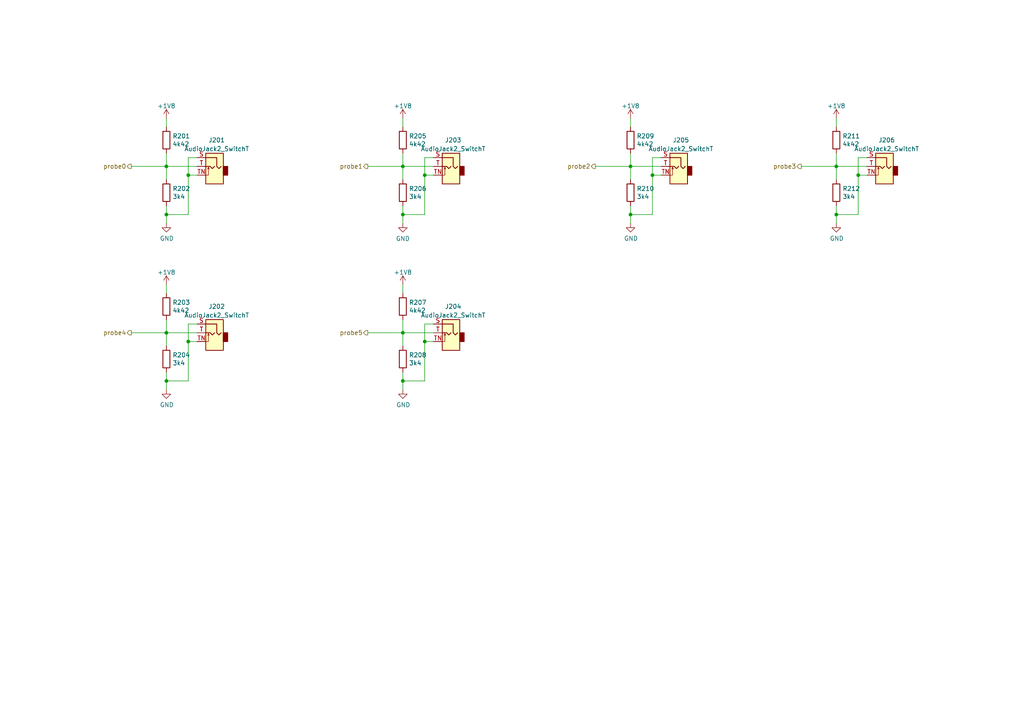
<source format=kicad_sch>
(kicad_sch (version 20231120) (generator "eeschema") (generator_version "8.0")
  (paper "A4")
  (title_block (title "Firewaterburn") (rev "0.2"))
  (lib_symbols
    (symbol "Connector_Audio:AudioJack2_SwitchT"
      (property "Reference" "J" (at 0 8.89 0))
      (property "Value" "AudioJack2_SwitchT" (at 0 6.35 0))
      (symbol "AudioJack2_SwitchT_0_1"
        (rectangle (start -2.54 0) (end -3.81 -2.54) (stroke (width 0.254)) (fill (type outline)))
        (polyline (pts (xy 1.778 -0.254) (xy 2.032 -0.762)))
        (polyline (pts (xy 0 0) (xy 0.635 -0.635) (xy 1.27 0) (xy 2.54 0)) (stroke (width 0.254)))
        (polyline (pts (xy 2.54 -2.54) (xy 1.778 -2.54) (xy 1.778 -0.254) (xy 1.524 -0.762)))
        (polyline (pts (xy 2.54 2.54) (xy -0.635 2.54) (xy -0.635 0) (xy -1.27 -0.635) (xy -1.905 0)) (stroke (width 0.254)))
        (rectangle (start 2.54 3.81) (end -2.54 -5.08) (stroke (width 0.254)) (fill (type background)))
      )
      (symbol "AudioJack2_SwitchT_1_1"
        (pin passive line (at 5.08 2.54 180) (length 2.54) (name "~") (number "S"))
        (pin passive line (at 5.08 0 180) (length 2.54) (name "~") (number "T"))
        (pin passive line (at 5.08 -2.54 180) (length 2.54) (name "~") (number "TN"))
      )
    )
    (symbol "Device:R" (pin_numbers hide) (pin_names (offset 0))
      (property "Reference" "R" (at 2.032 0 90))
      (property "Value" "R" (at 0 0 90))
      (symbol "R_0_1"
        (rectangle (start -1.016 -2.54) (end 1.016 2.54) (stroke (width 0.254)))
      )
      (symbol "R_1_1"
        (pin passive line (at 0 3.81 270) (length 1.27) (name "~") (number "1"))
        (pin passive line (at 0 -3.81 90) (length 1.27) (name "~") (number "2"))
      )
    )
    (symbol "power:+1V8" (power) (pin_names (offset 0))
      (property "Value" "+1V8" (at 0 3.556 0))
      (symbol "+1V8_0_1"
        (polyline (pts (xy -0.762 1.27) (xy 0 2.54)))
        (polyline (pts (xy 0 0) (xy 0 2.54)))
        (polyline (pts (xy 0 2.54) (xy 0.762 1.27)))
      )
      (symbol "+1V8_1_1"
        (pin power_in line (at 0 0 90) (length 0) hide (name "+1V8") (number "1"))
      )
    )
    (symbol "power:GND" (power) (pin_names (offset 0))
      (property "Value" "GND" (at 0 -3.81 0))
      (symbol "GND_0_1"
        (polyline (pts (xy 0 0) (xy 0 -1.27) (xy 1.27 -1.27) (xy 0 -2.54) (xy -1.27 -1.27) (xy 0 -1.27)))
      )
      (symbol "GND_1_1"
        (pin power_in line (at 0 0 270) (length 0) hide (name "GND") (number "1"))
      )
    )
  )
  (junction (at 248.92 50.8))
  (junction (at 182.88 48.26))
  (junction (at 242.57 48.26))
  (junction (at 54.61 50.8))
  (junction (at 48.26 48.26))
  (junction (at 123.19 99.06))
  (junction (at 123.19 50.8))
  (junction (at 116.84 48.26))
  (junction (at 116.84 96.52))
  (junction (at 189.23 50.8))
  (junction (at 116.84 110.49))
  (junction (at 182.88 62.23))
  (junction (at 116.84 62.23))
  (junction (at 48.26 62.23))
  (junction (at 48.26 96.52))
  (junction (at 54.61 99.06))
  (junction (at 242.57 62.23))
  (junction (at 48.26 110.49))
  (wire (pts (xy 123.19 45.72) (xy 123.19 50.8)))
  (wire (pts (xy 182.88 48.26) (xy 191.77 48.26)))
  (wire (pts (xy 125.73 99.06) (xy 123.19 99.06)))
  (wire (pts (xy 57.15 99.06) (xy 54.61 99.06)))
  (wire (pts (xy 182.88 34.29) (xy 182.88 36.83)))
  (wire (pts (xy 242.57 44.45) (xy 242.57 48.26)))
  (wire (pts (xy 48.26 48.26) (xy 57.15 48.26)))
  (wire (pts (xy 242.57 64.77) (xy 242.57 62.23)))
  (wire (pts (xy 123.19 93.98) (xy 123.19 99.06)))
  (wire (pts (xy 242.57 48.26) (xy 251.46 48.26)))
  (wire (pts (xy 182.88 62.23) (xy 182.88 59.69)))
  (wire (pts (xy 48.26 110.49) (xy 48.26 107.95)))
  (wire (pts (xy 125.73 50.8) (xy 123.19 50.8)))
  (wire (pts (xy 125.73 45.72) (xy 123.19 45.72)))
  (wire (pts (xy 125.73 93.98) (xy 123.19 93.98)))
  (wire (pts (xy 54.61 62.23) (xy 48.26 62.23)))
  (wire (pts (xy 116.84 34.29) (xy 116.84 36.83)))
  (wire (pts (xy 116.84 48.26) (xy 116.84 52.07)))
  (wire (pts (xy 248.92 50.8) (xy 248.92 62.23)))
  (wire (pts (xy 116.84 92.71) (xy 116.84 96.52)))
  (wire (pts (xy 48.26 113.03) (xy 48.26 110.49)))
  (wire (pts (xy 116.84 96.52) (xy 125.73 96.52)))
  (wire (pts (xy 182.88 44.45) (xy 182.88 48.26)))
  (wire (pts (xy 54.61 99.06) (xy 54.61 110.49)))
  (wire (pts (xy 54.61 110.49) (xy 48.26 110.49)))
  (wire (pts (xy 248.92 62.23) (xy 242.57 62.23)))
  (wire (pts (xy 189.23 45.72) (xy 189.23 50.8)))
  (wire (pts (xy 248.92 45.72) (xy 248.92 50.8)))
  (wire (pts (xy 251.46 50.8) (xy 248.92 50.8)))
  (wire (pts (xy 116.84 113.03) (xy 116.84 110.49)))
  (wire (pts (xy 48.26 34.29) (xy 48.26 36.83)))
  (wire (pts (xy 123.19 99.06) (xy 123.19 110.49)))
  (wire (pts (xy 242.57 34.29) (xy 242.57 36.83)))
  (wire (pts (xy 116.84 82.55) (xy 116.84 85.09)))
  (wire (pts (xy 48.26 64.77) (xy 48.26 62.23)))
  (wire (pts (xy 232.41 48.26) (xy 242.57 48.26)))
  (wire (pts (xy 48.26 48.26) (xy 48.26 52.07)))
  (wire (pts (xy 57.15 50.8) (xy 54.61 50.8)))
  (wire (pts (xy 242.57 62.23) (xy 242.57 59.69)))
  (wire (pts (xy 106.68 48.26) (xy 116.84 48.26)))
  (wire (pts (xy 57.15 45.72) (xy 54.61 45.72)))
  (wire (pts (xy 48.26 92.71) (xy 48.26 96.52)))
  (wire (pts (xy 116.84 62.23) (xy 116.84 59.69)))
  (wire (pts (xy 189.23 62.23) (xy 182.88 62.23)))
  (wire (pts (xy 38.1 96.52) (xy 48.26 96.52)))
  (wire (pts (xy 123.19 110.49) (xy 116.84 110.49)))
  (wire (pts (xy 54.61 50.8) (xy 54.61 62.23)))
  (wire (pts (xy 189.23 50.8) (xy 189.23 62.23)))
  (wire (pts (xy 242.57 48.26) (xy 242.57 52.07)))
  (wire (pts (xy 106.68 96.52) (xy 116.84 96.52)))
  (wire (pts (xy 116.84 96.52) (xy 116.84 100.33)))
  (wire (pts (xy 123.19 50.8) (xy 123.19 62.23)))
  (wire (pts (xy 191.77 50.8) (xy 189.23 50.8)))
  (wire (pts (xy 116.84 64.77) (xy 116.84 62.23)))
  (wire (pts (xy 251.46 45.72) (xy 248.92 45.72)))
  (wire (pts (xy 116.84 110.49) (xy 116.84 107.95)))
  (wire (pts (xy 48.26 62.23) (xy 48.26 59.69)))
  (wire (pts (xy 123.19 62.23) (xy 116.84 62.23)))
  (wire (pts (xy 48.26 96.52) (xy 57.15 96.52)))
  (wire (pts (xy 54.61 45.72) (xy 54.61 50.8)))
  (wire (pts (xy 48.26 96.52) (xy 48.26 100.33)))
  (wire (pts (xy 54.61 93.98) (xy 54.61 99.06)))
  (wire (pts (xy 191.77 45.72) (xy 189.23 45.72)))
  (wire (pts (xy 116.84 48.26) (xy 125.73 48.26)))
  (wire (pts (xy 48.26 44.45) (xy 48.26 48.26)))
  (wire (pts (xy 48.26 82.55) (xy 48.26 85.09)))
  (wire (pts (xy 38.1 48.26) (xy 48.26 48.26)))
  (wire (pts (xy 172.72 48.26) (xy 182.88 48.26)))
  (wire (pts (xy 182.88 64.77) (xy 182.88 62.23)))
  (wire (pts (xy 182.88 48.26) (xy 182.88 52.07)))
  (wire (pts (xy 57.15 93.98) (xy 54.61 93.98)))
  (wire (pts (xy 116.84 44.45) (xy 116.84 48.26)))
  (hierarchical_label "probe0" (shape output) (at 38.1 48.26 180))
  (hierarchical_label "probe4" (shape output) (at 38.1 96.52 180))
  (hierarchical_label "probe5" (shape output) (at 106.68 96.52 180))
  (hierarchical_label "probe3" (shape output) (at 232.41 48.26 180))
  (hierarchical_label "probe1" (shape output) (at 106.68 48.26 180))
  (hierarchical_label "probe2" (shape output) (at 172.72 48.26 180))
  (symbol (lib_id "Device:R") (at 116.84 104.14 0) (unit 1)
    (property "Reference" "R208" (at 118.618 102.9716 0) (effects (justify left)))
    (property "Value" "3k4" (at 118.618 105.283 0) (effects (justify left)))
    (property "Footprint" "Resistor_SMD:R_0603_1608Metric" (effects (hide yes)))
    (property "Digikey" "311-3.40KHRCT-ND" (effects (hide yes)))
  )
  (symbol (lib_id "power:+1V8") (at 48.26 82.55 0) (unit 1)
    (property "Reference" "#PWR0203" (effects (hide yes)))
    (property "Value" "+1V8" (at 48.26 78.994 0))
    (property "Description" "Power symbol creates a global label with name \"+1V8\"" (effects (hide yes)))
  )
  (symbol (lib_id "power:GND") (at 116.84 113.03 0) (unit 1)
    (property "Reference" "#PWR0208" (effects (hide yes)))
    (property "Value" "GND" (at 116.967 117.4242 0))
  )
  (symbol (lib_id "Device:R") (at 182.88 55.88 0) (unit 1)
    (property "Reference" "R210" (at 184.658 54.7116 0) (effects (justify left)))
    (property "Value" "3k4" (at 184.658 57.023 0) (effects (justify left)))
    (property "Footprint" "Resistor_SMD:R_0603_1608Metric" (effects (hide yes)))
    (property "Digikey" "311-3.40KHRCT-ND" (effects (hide yes)))
  )
  (symbol (lib_id "Device:R") (at 116.84 55.88 0) (unit 1)
    (property "Reference" "R206" (at 118.618 54.7116 0) (effects (justify left)))
    (property "Value" "3k4" (at 118.618 57.023 0) (effects (justify left)))
    (property "Footprint" "Resistor_SMD:R_0603_1608Metric" (effects (hide yes)))
    (property "Digikey" "311-3.40KHRCT-ND" (effects (hide yes)))
  )
  (symbol (lib_id "Device:R") (at 182.88 40.64 0) (unit 1)
    (property "Reference" "R209" (at 184.658 39.4716 0) (effects (justify left)))
    (property "Value" "4k42" (at 184.658 41.783 0) (effects (justify left)))
    (property "Footprint" "Resistor_SMD:R_0603_1608Metric" (effects (hide yes)))
    (property "Digikey" "RMCF0603FT4K42CT-ND" (effects (hide yes)))
  )
  (symbol (lib_id "Connector_Audio:AudioJack2_SwitchT") (at 130.81 96.52 0) (mirror y) (unit 1)
    (property "Reference" "J204" (at 131.445 88.9 0))
    (property "Value" "AudioJack2_SwitchT" (at 131.445 91.44 0))
    (property "Footprint" "mylib_connector:MJ-2523" (effects (hide yes)))
    (property "Digikey" "CP-2523MJCT-ND" (effects (hide yes)))
  )
  (symbol (lib_id "power:+1V8") (at 116.84 82.55 0) (unit 1)
    (property "Reference" "#PWR0207" (effects (hide yes)))
    (property "Value" "+1V8" (at 116.84 78.994 0))
    (property "Description" "Power symbol creates a global label with name \"+1V8\"" (effects (hide yes)))
  )
  (symbol (lib_id "Connector_Audio:AudioJack2_SwitchT") (at 256.54 48.26 0) (mirror y) (unit 1)
    (property "Reference" "J206" (at 257.175 40.64 0))
    (property "Value" "AudioJack2_SwitchT" (at 257.175 43.18 0))
    (property "Footprint" "mylib_connector:MJ-2523" (effects (hide yes)))
    (property "Digikey" "CP-2523MJCT-ND" (effects (hide yes)))
  )
  (symbol (lib_id "power:GND") (at 116.84 64.77 0) (unit 1)
    (property "Reference" "#PWR0206" (effects (hide yes)))
    (property "Value" "GND" (at 116.84 69.215 0))
  )
  (symbol (lib_id "power:GND") (at 242.57 64.77 0) (unit 1)
    (property "Reference" "#PWR0212" (effects (hide yes)))
    (property "Value" "GND" (at 242.697 69.1642 0))
  )
  (symbol (lib_id "Device:R") (at 116.84 88.9 0) (unit 1)
    (property "Reference" "R207" (at 118.618 87.7316 0) (effects (justify left)))
    (property "Value" "4k42" (at 118.618 90.043 0) (effects (justify left)))
    (property "Footprint" "Resistor_SMD:R_0603_1608Metric" (effects (hide yes)))
    (property "Digikey" "RMCF0603FT4K42CT-ND" (effects (hide yes)))
  )
  (symbol (lib_id "power:GND") (at 48.26 113.03 0) (unit 1)
    (property "Reference" "#PWR0204" (effects (hide yes)))
    (property "Value" "GND" (at 48.387 117.4242 0))
  )
  (symbol (lib_id "Connector_Audio:AudioJack2_SwitchT") (at 130.81 48.26 0) (mirror y) (unit 1)
    (property "Reference" "J203" (at 131.445 40.64 0))
    (property "Value" "AudioJack2_SwitchT" (at 131.445 43.18 0))
    (property "Footprint" "mylib_connector:MJ-2523" (effects (hide yes)))
    (property "Digikey" "CP-2523MJCT-ND" (effects (hide yes)))
  )
  (symbol (lib_id "Connector_Audio:AudioJack2_SwitchT") (at 62.23 96.52 0) (mirror y) (unit 1)
    (property "Reference" "J202" (at 62.865 88.9 0))
    (property "Value" "AudioJack2_SwitchT" (at 62.865 91.44 0))
    (property "Footprint" "mylib_connector:MJ-2523" (effects (hide yes)))
    (property "Digikey" "CP-2523MJCT-ND" (effects (hide yes)))
  )
  (symbol (lib_id "power:GND") (at 182.88 64.77 0) (unit 1)
    (property "Reference" "#PWR0210" (effects (hide yes)))
    (property "Value" "GND" (at 183.007 69.1642 0))
  )
  (symbol (lib_id "Device:R") (at 48.26 88.9 0) (unit 1)
    (property "Reference" "R203" (at 50.038 87.7316 0) (effects (justify left)))
    (property "Value" "4k42" (at 50.038 90.043 0) (effects (justify left)))
    (property "Footprint" "Resistor_SMD:R_0603_1608Metric" (effects (hide yes)))
    (property "Digikey" "RMCF0603FT4K42CT-ND" (effects (hide yes)))
  )
  (symbol (lib_id "Connector_Audio:AudioJack2_SwitchT") (at 62.23 48.26 0) (mirror y) (unit 1)
    (property "Reference" "J201" (at 62.865 40.64 0))
    (property "Value" "AudioJack2_SwitchT" (at 62.865 43.18 0))
    (property "Footprint" "mylib_connector:MJ-2523" (effects (hide yes)))
    (property "Digikey" "CP-2523MJCT-ND" (effects (hide yes)))
  )
  (symbol (lib_id "Connector_Audio:AudioJack2_SwitchT") (at 196.85 48.26 0) (mirror y) (unit 1)
    (property "Reference" "J205" (at 197.485 40.64 0))
    (property "Value" "AudioJack2_SwitchT" (at 197.485 43.18 0))
    (property "Footprint" "mylib_connector:MJ-2523" (effects (hide yes)))
    (property "Digikey" "CP-2523MJCT-ND" (effects (hide yes)))
  )
  (symbol (lib_id "power:+1V8") (at 182.88 34.29 0) (unit 1)
    (property "Reference" "#PWR0209" (effects (hide yes)))
    (property "Value" "+1V8" (at 182.88 30.734 0))
    (property "Description" "Power symbol creates a global label with name \"+1V8\"" (effects (hide yes)))
  )
  (symbol (lib_id "Device:R") (at 242.57 40.64 0) (unit 1)
    (property "Reference" "R211" (at 244.348 39.4716 0) (effects (justify left)))
    (property "Value" "4k42" (at 244.348 41.783 0) (effects (justify left)))
    (property "Footprint" "Resistor_SMD:R_0603_1608Metric" (effects (hide yes)))
    (property "Digikey" "RMCF0603FT4K42CT-ND" (effects (hide yes)))
  )
  (symbol (lib_id "Device:R") (at 242.57 55.88 0) (unit 1)
    (property "Reference" "R212" (at 244.348 54.7116 0) (effects (justify left)))
    (property "Value" "3k4" (at 244.348 57.023 0) (effects (justify left)))
    (property "Footprint" "Resistor_SMD:R_0603_1608Metric" (effects (hide yes)))
    (property "Digikey" "311-3.40KHRCT-ND" (effects (hide yes)))
  )
  (symbol (lib_id "power:+1V8") (at 48.26 34.29 0) (unit 1)
    (property "Reference" "#PWR0201" (effects (hide yes)))
    (property "Value" "+1V8" (at 48.26 30.734 0))
    (property "Description" "Power symbol creates a global label with name \"+1V8\"" (effects (hide yes)))
  )
  (symbol (lib_id "Device:R") (at 48.26 55.88 0) (unit 1)
    (property "Reference" "R202" (at 50.038 54.7116 0) (effects (justify left)))
    (property "Value" "3k4" (at 50.038 57.023 0) (effects (justify left)))
    (property "Footprint" "Resistor_SMD:R_0603_1608Metric" (effects (hide yes)))
    (property "Digikey" "311-3.40KHRCT-ND" (effects (hide yes)))
  )
  (symbol (lib_id "Device:R") (at 116.84 40.64 0) (unit 1)
    (property "Reference" "R205" (at 118.618 39.4716 0) (effects (justify left)))
    (property "Value" "4k42" (at 118.618 41.783 0) (effects (justify left)))
    (property "Footprint" "Resistor_SMD:R_0603_1608Metric" (effects (hide yes)))
    (property "Digikey" "RMCF0603FT4K42CT-ND" (effects (hide yes)))
  )
  (symbol (lib_id "Device:R") (at 48.26 104.14 0) (unit 1)
    (property "Reference" "R204" (at 50.038 102.9716 0) (effects (justify left)))
    (property "Value" "3k4" (at 50.038 105.283 0) (effects (justify left)))
    (property "Footprint" "Resistor_SMD:R_0603_1608Metric" (effects (hide yes)))
    (property "Digikey" "311-3.40KHRCT-ND" (effects (hide yes)))
  )
  (symbol (lib_id "Device:R") (at 48.26 40.64 0) (unit 1)
    (property "Reference" "R201" (at 50.038 39.4716 0) (effects (justify left)))
    (property "Value" "4k42" (at 50.038 41.783 0) (effects (justify left)))
    (property "Footprint" "Resistor_SMD:R_0603_1608Metric" (effects (hide yes)))
    (property "Digikey" "RMCF0603FT4K42CT-ND" (effects (hide yes)))
  )
  (symbol (lib_id "power:+1V8") (at 116.84 34.29 0) (unit 1)
    (property "Reference" "#PWR0205" (effects (hide yes)))
    (property "Value" "+1V8" (at 116.84 30.734 0))
    (property "Description" "Power symbol creates a global label with name \"+1V8\"" (effects (hide yes)))
  )
  (symbol (lib_id "power:GND") (at 48.26 64.77 0) (unit 1)
    (property "Reference" "#PWR0202" (effects (hide yes)))
    (property "Value" "GND" (at 48.387 69.1642 0))
  )
  (symbol (lib_id "power:+1V8") (at 242.57 34.29 0) (unit 1)
    (property "Reference" "#PWR0211" (effects (hide yes)))
    (property "Value" "+1V8" (at 242.57 30.734 0))
    (property "Description" "Power symbol creates a global label with name \"+1V8\"" (effects (hide yes)))
  )
)
</source>
